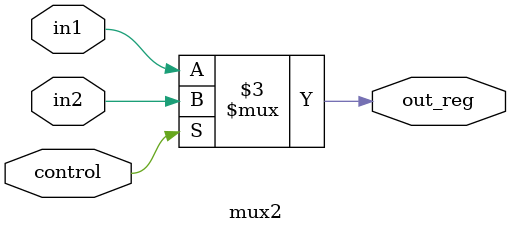
<source format=v>
module mux2(
    input in1,
    input in2,
    input control,
    output reg out_reg
);

always @(control) begin
    if (control) begin 
        out_reg = in2;
        $display("Choosing line 2");
    end
    else begin 
        out_reg = in1;    
        $display("Chooosing line 1");
    end
end

endmodule
</source>
